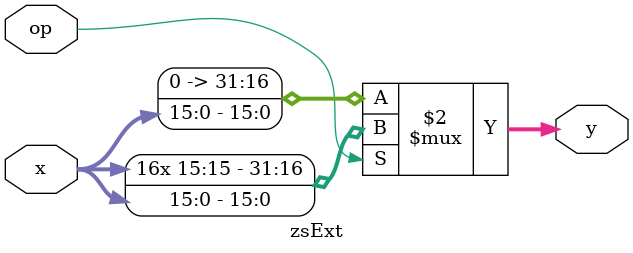
<source format=v>

`timescale 1ns/1ns

module zsExt(x, y, op);
	parameter size = 16;
	input [size - 1 : 0] x;
	input op;
	output [31 : 0]y;

	assign y = (op == 1) ? {{(32-size){x[size - 1]}}, x[size - 1 : 0]} : {{(32 -  size){1'b0}}, x};
endmodule
</source>
